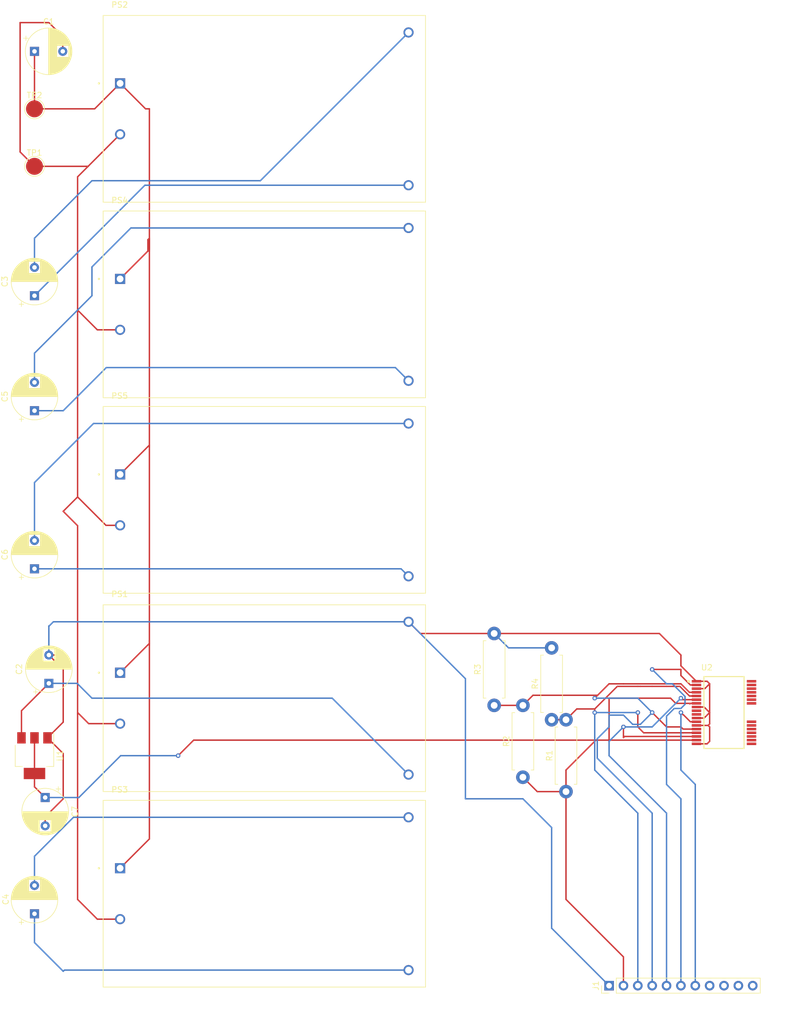
<source format=kicad_pcb>
(kicad_pcb (version 20211014) (generator pcbnew)
  (layers (0 "F.Cu" signal) (31 "B.Cu" signal) (34 "B.Paste" user) (35 "F.Paste" user) (36 "B.SilkS" user "B.Silkscreen") (37 "F.SilkS" user "F.Silkscreen") (38 "B.Mask" user) (39 "F.Mask" user) (44 "Edge.Cuts" user))
  (net 0 "")
  (net 1 "+BATT")
  (net 2 "-BATT")
  (net 3 "VDD")
  (net 4 "GNDD")
  (net 5 "+15V")
  (net 6 "GND")
  (net 7 "VDrive1")
  (net 8 "GND1")
  (net 9 "VDrive2")
  (net 10 "GND2")
  (net 11 "VDrive3")
  (net 12 "GND3")
  (net 13 "+5V")
  (net 34 "Net-(J1-Pad3)")
  (net 35 "Net-(J1-Pad4)")
  (net 36 "Net-(J1-Pad5)")
  (net 37 "Net-(J1-Pad6)")
  (net 38 "Net-(J1-Pad7)")
  (footprint "Isolated_Power_Supply_HiLink:CONV_HLK-20M05" (layer "F.Cu") (at 58.42 72.65)
    (fp_text reference "PS4" (at -25.575 -18.385) (layer "F.SilkS"))
    (fp_text value "HLK-20M05")
    (pad "1" thru_hole rect locked (at -25.5 -4.5) (size 1.8 1.8) (drill 1.2) (layers *.Cu *.Mask) (net 1 "+BATT"))
    (pad "2" thru_hole circle locked (at -25.5 4.5) (size 1.8 1.8) (drill 1.2) (layers *.Cu *.Mask) (net 2 "-BATT"))
    (pad "3" thru_hole circle locked (at 25.5 -13.5) (size 1.8 1.8) (drill 1.2) (layers *.Cu *.Mask) (net 10 "GND2"))
    (pad "4" thru_hole circle locked (at 25.5 13.5) (size 1.8 1.8) (drill 1.2) (layers *.Cu *.Mask) (net 9 "VDrive2"))
  )
  (footprint "Capacitor_THT:CP_Radial_D8.0mm_P5.00mm" (layer "F.Cu") (at 19.67 159.794698 -90)
    (fp_text reference "C7" (at 2.5 -5.25 90) (layer "F.SilkS"))
    (fp_text value "1000uF")
    (pad "1" thru_hole rect (at 0 0 270) (size 1.6 1.6) (drill 0.8) (layers *.Cu *.Mask) (net 13 "+5V"))
    (pad "2" thru_hole circle (at 5 0 270) (size 1.6 1.6) (drill 0.8) (layers *.Cu *.Mask) (net 4 "GNDD"))
  )
  (footprint "Capacitor_THT:CP_Radial_D8.0mm_P5.00mm" (layer "F.Cu") (at 17.78 119.38 90)
    (fp_text reference "C6" (at 2.5 -5.25 90) (layer "F.SilkS"))
    (fp_text value "1000uF")
    (pad "1" thru_hole rect (at 0 0 90) (size 1.6 1.6) (drill 0.8) (layers *.Cu *.Mask) (net 11 "VDrive3"))
    (pad "2" thru_hole circle (at 5 0 90) (size 1.6 1.6) (drill 0.8) (layers *.Cu *.Mask) (net 12 "GND3"))
  )
  (footprint "Capacitor_THT:CP_Radial_D8.0mm_P5.00mm" (layer "F.Cu") (at 17.78 27.94)
    (fp_text reference "C1" (at 2.5 -5.25) (layer "F.SilkS"))
    (fp_text value "100uF")
    (pad "1" thru_hole rect (at 0 0) (size 1.6 1.6) (drill 0.8) (layers *.Cu *.Mask) (net 1 "+BATT"))
    (pad "2" thru_hole circle (at 5 0) (size 1.6 1.6) (drill 0.8) (layers *.Cu *.Mask) (net 2 "-BATT"))
  )
  (footprint "Capacitor_THT:CP_Radial_D8.0mm_P5.00mm" (layer "F.Cu") (at 17.78 71.12 90)
    (fp_text reference "C3" (at 2.5 -5.25 90) (layer "F.SilkS"))
    (fp_text value "1000uF")
    (pad "1" thru_hole rect (at 0 0 90) (size 1.6 1.6) (drill 0.8) (layers *.Cu *.Mask) (net 5 "+15V"))
    (pad "2" thru_hole circle (at 5 0 90) (size 1.6 1.6) (drill 0.8) (layers *.Cu *.Mask) (net 6 "GND"))
  )
  (footprint "Isolated_Power_Supply_HiLink:CONV_HLK-20M05" (layer "F.Cu") (at 58.42 142.24)
    (fp_text reference "PS1" (at -25.575 -18.385) (layer "F.SilkS"))
    (fp_text value "HLK-20M05")
    (pad "1" thru_hole rect locked (at -25.5 -4.5) (size 1.8 1.8) (drill 1.2) (layers *.Cu *.Mask) (net 1 "+BATT"))
    (pad "2" thru_hole circle locked (at -25.5 4.5) (size 1.8 1.8) (drill 1.2) (layers *.Cu *.Mask) (net 2 "-BATT"))
    (pad "3" thru_hole circle locked (at 25.5 -13.5) (size 1.8 1.8) (drill 1.2) (layers *.Cu *.Mask) (net 4 "GNDD"))
    (pad "4" thru_hole circle locked (at 25.5 13.5) (size 1.8 1.8) (drill 1.2) (layers *.Cu *.Mask) (net 3 "VDD"))
  )
  (footprint "Resistor_THT:R_Axial_DIN0411_L9.9mm_D3.6mm_P12.70mm_Horizontal" (layer "F.Cu") (at 104.14 156.21 90)
    (fp_text reference "R2" (at 6.35 -2.92 90) (layer "F.SilkS"))
    (fp_text value "3.3K")
    (pad "1" thru_hole circle (at 0 0 90) (size 2.4 2.4) (drill 1.2) (layers *.Cu *.Mask) (net 13 "+5V"))
    (pad "2" thru_hole oval (at 12.7 0 90) (size 2.4 2.4) (drill 1.2) (layers *.Cu *.Mask) (net 35 "Net-(J1-Pad4)"))
  )
  (footprint "Isolated_Power_Supply_HiLink:CONV_HLK-20M05" (layer "F.Cu") (at 58.42 107.2)
    (fp_text reference "PS5" (at -25.575 -18.385) (layer "F.SilkS"))
    (fp_text value "HLK-20M05")
    (pad "1" thru_hole rect locked (at -25.5 -4.5) (size 1.8 1.8) (drill 1.2) (layers *.Cu *.Mask) (net 1 "+BATT"))
    (pad "2" thru_hole circle locked (at -25.5 4.5) (size 1.8 1.8) (drill 1.2) (layers *.Cu *.Mask) (net 2 "-BATT"))
    (pad "3" thru_hole circle locked (at 25.5 -13.5) (size 1.8 1.8) (drill 1.2) (layers *.Cu *.Mask) (net 12 "GND3"))
    (pad "4" thru_hole circle locked (at 25.5 13.5) (size 1.8 1.8) (drill 1.2) (layers *.Cu *.Mask) (net 11 "VDrive3"))
  )
  (footprint "New folder:SOP65P1030X265-36_32N-V" (layer "F.Cu") (at 139.7 144.78)
    (fp_text reference "U2" (at -3.04 -7.955) (layer "F.SilkS"))
    (fp_text value "2ED020I12-F2")
    (pad "1" smd rect locked (at -4.865 -5.525) (size 1.67 0.45) (layers "F.Cu" "F.Paste" "F.Mask") (net 4 "GNDD"))
    (pad "2" smd rect locked (at -4.865 -4.875) (size 1.67 0.45) (layers "F.Cu" "F.Paste" "F.Mask") (net 37 "Net-(J1-Pad6)"))
    (pad "3" smd rect locked (at -4.865 -4.225) (size 1.67 0.45) (layers "F.Cu" "F.Paste" "F.Mask") (net 4 "GNDD"))
    (pad "4" smd rect locked (at -4.865 -3.575) (size 1.67 0.45) (layers "F.Cu" "F.Paste" "F.Mask") (net 35 "Net-(J1-Pad4)"))
    (pad "5" smd rect locked (at -4.865 -2.925) (size 1.67 0.45) (layers "F.Cu" "F.Paste" "F.Mask") (net 34 "Net-(J1-Pad3)"))
    (pad "6" smd rect locked (at -4.865 -2.275) (size 1.67 0.45) (layers "F.Cu" "F.Paste" "F.Mask") (net 36 "Net-(J1-Pad5)"))
    (pad "7" smd rect locked (at -4.865 -1.625) (size 1.67 0.45) (layers "F.Cu" "F.Paste" "F.Mask") (net 13 "+5V"))
    (pad "8" smd rect locked (at -4.865 -0.975) (size 1.67 0.45) (layers "F.Cu" "F.Paste" "F.Mask") (net 4 "GNDD"))
    (pad "9" smd rect locked (at -4.865 -0.325) (size 1.67 0.45) (layers "F.Cu" "F.Paste" "F.Mask"))
    (pad "10" smd rect locked (at -4.865 0.325) (size 1.67 0.45) (layers "F.Cu" "F.Paste" "F.Mask"))
    (pad "11" smd rect locked (at -4.865 0.975) (size 1.67 0.45) (layers "F.Cu" "F.Paste" "F.Mask") (net 4 "GNDD"))
    (pad "12" smd rect locked (at -4.865 1.625) (size 1.67 0.45) (layers "F.Cu" "F.Paste" "F.Mask") (net 38 "Net-(J1-Pad7)"))
    (pad "13" smd rect locked (at -4.865 2.275) (size 1.67 0.45) (layers "F.Cu" "F.Paste" "F.Mask") (net 4 "GNDD"))
    (pad "14" smd rect locked (at -4.865 2.925) (size 1.67 0.45) (layers "F.Cu" "F.Paste" "F.Mask") (net 35 "Net-(J1-Pad4)"))
    (pad "15" smd rect locked (at -4.865 3.575) (size 1.67 0.45) (layers "F.Cu" "F.Paste" "F.Mask") (net 34 "Net-(J1-Pad3)"))
    (pad "16" smd rect locked (at -4.865 4.225) (size 1.67 0.45) (layers "F.Cu" "F.Paste" "F.Mask") (net 36 "Net-(J1-Pad5)"))
    (pad "17" smd rect locked (at -4.865 4.875) (size 1.67 0.45) (layers "F.Cu" "F.Paste" "F.Mask") (net 13 "+5V"))
    (pad "18" smd rect locked (at -4.865 5.525) (size 1.67 0.45) (layers "F.Cu" "F.Paste" "F.Mask") (net 4 "GNDD"))
    (pad "19" smd rect locked (at 4.865 5.525) (size 1.67 0.45) (layers "F.Cu" "F.Paste" "F.Mask"))
    (pad "20" smd rect locked (at 4.865 4.875) (size 1.67 0.45) (layers "F.Cu" "F.Paste" "F.Mask"))
    (pad "21" smd rect locked (at 4.865 4.225) (size 1.67 0.45) (layers "F.Cu" "F.Paste" "F.Mask"))
    (pad "22" smd rect locked (at 4.865 3.575) (size 1.67 0.45) (layers "F.Cu" "F.Paste" "F.Mask"))
    (pad "23" smd rect locked (at 4.865 2.925) (size 1.67 0.45) (layers "F.Cu" "F.Paste" "F.Mask"))
    (pad "24" smd rect locked (at 4.865 2.275) (size 1.67 0.45) (layers "F.Cu" "F.Paste" "F.Mask"))
    (pad "25" smd rect locked (at 4.865 1.625) (size 1.67 0.45) (layers "F.Cu" "F.Paste" "F.Mask"))
    (pad "30" smd rect locked (at 4.865 -1.625) (size 1.67 0.45) (layers "F.Cu" "F.Paste" "F.Mask"))
    (pad "31" smd rect locked (at 4.865 -2.275) (size 1.67 0.45) (layers "F.Cu" "F.Paste" "F.Mask"))
    (pad "32" smd rect locked (at 4.865 -2.925) (size 1.67 0.45) (layers "F.Cu" "F.Paste" "F.Mask"))
    (pad "33" smd rect locked (at 4.865 -3.575) (size 1.67 0.45) (layers "F.Cu" "F.Paste" "F.Mask"))
    (pad "34" smd rect locked (at 4.865 -4.225) (size 1.67 0.45) (layers "F.Cu" "F.Paste" "F.Mask"))
    (pad "35" smd rect locked (at 4.865 -4.875) (size 1.67 0.45) (layers "F.Cu" "F.Paste" "F.Mask"))
    (pad "36" smd rect locked (at 4.865 -5.525) (size 1.67 0.45) (layers "F.Cu" "F.Paste" "F.Mask"))
  )
  (footprint "Capacitor_THT:CP_Radial_D8.0mm_P5.00mm" (layer "F.Cu") (at 17.78 180.34 90)
    (fp_text reference "C4" (at 2.54 -5.08 90) (layer "F.SilkS"))
    (fp_text value "1000uF")
    (pad "1" thru_hole rect (at 0 0 90) (size 1.6 1.6) (drill 0.8) (layers *.Cu *.Mask) (net 7 "VDrive1"))
    (pad "2" thru_hole circle (at 5 0 90) (size 1.6 1.6) (drill 0.8) (layers *.Cu *.Mask) (net 8 "GND1"))
  )
  (footprint "Capacitor_THT:CP_Radial_D8.0mm_P5.00mm" (layer "F.Cu") (at 17.78 91.44 90)
    (fp_text reference "C5" (at 2.5 -5.25 90) (layer "F.SilkS"))
    (fp_text value "1000uF")
    (pad "1" thru_hole rect (at 0 0 90) (size 1.6 1.6) (drill 0.8) (layers *.Cu *.Mask) (net 9 "VDrive2"))
    (pad "2" thru_hole circle (at 5 0 90) (size 1.6 1.6) (drill 0.8) (layers *.Cu *.Mask) (net 10 "GND2"))
  )
  (footprint "Resistor_THT:R_Axial_DIN0411_L9.9mm_D3.6mm_P12.70mm_Horizontal" (layer "F.Cu") (at 99.06 143.51 90)
    (fp_text reference "R3" (at 6.35 -2.92 90) (layer "F.SilkS"))
    (fp_text value "4.7K")
    (pad "1" thru_hole circle (at 0 0 90) (size 2.4 2.4) (drill 1.2) (layers *.Cu *.Mask) (net 35 "Net-(J1-Pad4)"))
    (pad "2" thru_hole oval (at 12.7 0 90) (size 2.4 2.4) (drill 1.2) (layers *.Cu *.Mask) (net 4 "GNDD"))
  )
  (footprint "Resistor_THT:R_Axial_DIN0411_L9.9mm_D3.6mm_P12.70mm_Horizontal" (layer "F.Cu") (at 111.76 158.75 90)
    (fp_text reference "R1" (at 6.35 -2.92 90) (layer "F.SilkS"))
    (fp_text value "3.3K")
    (pad "1" thru_hole circle (at 0 0 90) (size 2.4 2.4) (drill 1.2) (layers *.Cu *.Mask) (net 13 "+5V"))
    (pad "2" thru_hole oval (at 12.7 0 90) (size 2.4 2.4) (drill 1.2) (layers *.Cu *.Mask) (net 34 "Net-(J1-Pad3)"))
  )
  (footprint "Package_TO_SOT_SMD:SOT-223-3_TabPin2" (layer "F.Cu") (at 17.78 152.4 -90)
    (fp_text reference "U1" (at 0 -4.5 90) (layer "F.SilkS"))
    (fp_text value "AMS1117-5.0")
    (pad "1" smd rect (at -3.15 -2.3 270) (size 2 1.5) (layers "F.Cu" "F.Paste" "F.Mask") (net 4 "GNDD"))
    (pad "2" smd rect (at 3.15 0 270) (size 2 3.8) (layers "F.Cu" "F.Paste" "F.Mask") (net 13 "+5V"))
    (pad "2" smd rect (at -3.15 0 270) (size 2 1.5) (layers "F.Cu" "F.Paste" "F.Mask") (net 13 "+5V"))
    (pad "3" smd rect (at -3.15 2.3 270) (size 2 1.5) (layers "F.Cu" "F.Paste" "F.Mask") (net 3 "VDD"))
  )
  (footprint "TestPoint:TestPoint_Pad_D3.0mm" (layer "F.Cu") (at 17.78 38.1)
    (fp_text reference "TP2" (at 0 -2.398) (layer "F.SilkS"))
    (fp_text value "TestPoint")
    (pad "1" smd circle (at 0 0) (size 3 3) (layers "F.Cu" "F.Mask") (net 1 "+BATT"))
  )
  (footprint "Isolated_Power_Supply_HiLink:CONV_HLK-20M05" (layer "F.Cu") (at 58.42 38.1)
    (fp_text reference "PS2" (at -25.575 -18.385) (layer "F.SilkS"))
    (fp_text value "HLK-20M05")
    (pad "1" thru_hole rect locked (at -25.5 -4.5) (size 1.8 1.8) (drill 1.2) (layers *.Cu *.Mask) (net 1 "+BATT"))
    (pad "2" thru_hole circle locked (at -25.5 4.5) (size 1.8 1.8) (drill 1.2) (layers *.Cu *.Mask) (net 2 "-BATT"))
    (pad "3" thru_hole circle locked (at 25.5 -13.5) (size 1.8 1.8) (drill 1.2) (layers *.Cu *.Mask) (net 6 "GND"))
    (pad "4" thru_hole circle locked (at 25.5 13.5) (size 1.8 1.8) (drill 1.2) (layers *.Cu *.Mask) (net 5 "+15V"))
  )
  (footprint "Isolated_Power_Supply_HiLink:CONV_HLK-20M05" (layer "F.Cu") (at 58.42 176.79)
    (fp_text reference "PS3" (at -25.575 -18.385) (layer "F.SilkS"))
    (fp_text value "HLK-20M05")
    (pad "1" thru_hole rect locked (at -25.5 -4.5) (size 1.8 1.8) (drill 1.2) (layers *.Cu *.Mask) (net 1 "+BATT"))
    (pad "2" thru_hole circle locked (at -25.5 4.5) (size 1.8 1.8) (drill 1.2) (layers *.Cu *.Mask) (net 2 "-BATT"))
    (pad "3" thru_hole circle locked (at 25.5 -13.5) (size 1.8 1.8) (drill 1.2) (layers *.Cu *.Mask) (net 8 "GND1"))
    (pad "4" thru_hole circle locked (at 25.5 13.5) (size 1.8 1.8) (drill 1.2) (layers *.Cu *.Mask) (net 7 "VDrive1"))
  )
  (footprint "Connector_PinHeader_2.54mm:PinHeader_1x11_P2.54mm_Vertical" (layer "F.Cu") (at 119.38 193.04 90)
    (fp_text reference "J1" (at 0 -2.33 90) (layer "F.SilkS"))
    (fp_text value "Conn_01x11_Male")
    (pad "1" thru_hole rect (at 0 0 90) (size 1.7 1.7) (drill 1) (layers *.Cu *.Mask) (net 4 "GNDD"))
    (pad "2" thru_hole oval (at 0 2.54 90) (size 1.7 1.7) (drill 1) (layers *.Cu *.Mask) (net 13 "+5V"))
    (pad "3" thru_hole oval (at 0 5.08 90) (size 1.7 1.7) (drill 1) (layers *.Cu *.Mask) (net 34 "Net-(J1-Pad3)"))
    (pad "4" thru_hole oval (at 0 7.62 90) (size 1.7 1.7) (drill 1) (layers *.Cu *.Mask) (net 35 "Net-(J1-Pad4)"))
    (pad "5" thru_hole oval (at 0 10.16 90) (size 1.7 1.7) (drill 1) (layers *.Cu *.Mask) (net 36 "Net-(J1-Pad5)"))
    (pad "6" thru_hole oval (at 0 12.7 90) (size 1.7 1.7) (drill 1) (layers *.Cu *.Mask) (net 37 "Net-(J1-Pad6)"))
    (pad "7" thru_hole oval (at 0 15.24 90) (size 1.7 1.7) (drill 1) (layers *.Cu *.Mask) (net 38 "Net-(J1-Pad7)"))
    (pad "8" thru_hole oval (at 0 17.78 90) (size 1.7 1.7) (drill 1) (layers *.Cu *.Mask))
    (pad "9" thru_hole oval (at 0 20.32 90) (size 1.7 1.7) (drill 1) (layers *.Cu *.Mask))
    (pad "10" thru_hole oval (at 0 22.86 90) (size 1.7 1.7) (drill 1) (layers *.Cu *.Mask))
    (pad "11" thru_hole oval (at 0 25.4 90) (size 1.7 1.7) (drill 1) (layers *.Cu *.Mask))
  )
  (footprint "Resistor_THT:R_Axial_DIN0411_L9.9mm_D3.6mm_P12.70mm_Horizontal" (layer "F.Cu") (at 109.22 146.05 90)
    (fp_text reference "R4" (at 6.35 -2.92 90) (layer "F.SilkS"))
    (fp_text value "4.7K")
    (pad "1" thru_hole circle (at 0 0 90) (size 2.4 2.4) (drill 1.2) (layers *.Cu *.Mask) (net 34 "Net-(J1-Pad3)"))
    (pad "2" thru_hole oval (at 12.7 0 90) (size 2.4 2.4) (drill 1.2) (layers *.Cu *.Mask) (net 4 "GNDD"))
  )
  (footprint "TestPoint:TestPoint_Pad_D3.0mm" (layer "F.Cu") (at 17.78 48.26)
    (fp_text reference "TP1" (at 0 -2.398) (layer "F.SilkS"))
    (fp_text value "TestPoint")
    (pad "1" smd circle (at 0 0) (size 3 3) (layers "F.Cu" "F.Mask") (net 2 "-BATT"))
  )
  (footprint "Capacitor_THT:CP_Radial_D8.0mm_P5.00mm" (layer "F.Cu") (at 20.32 139.62 90)
    (fp_text reference "C2" (at 2.5 -5.25 90) (layer "F.SilkS"))
    (fp_text value "1000uF")
    (pad "1" thru_hole rect (at 0 0 90) (size 1.6 1.6) (drill 0.8) (layers *.Cu *.Mask) (net 3 "VDD"))
    (pad "2" thru_hole circle (at 5 0 90) (size 1.6 1.6) (drill 0.8) (layers *.Cu *.Mask) (net 4 "GNDD"))
  )
  (segment (start 17.78 38.1) (end 28.42 38.1) (width 0.25) (layer "F.Cu") (net 1))
  (segment (start 28.42 38.1) (end 32.92 33.6) (width 0.25) (layer "F.Cu") (net 1))
  (segment (start 38.1 132.08) (end 38.1 167.11) (width 0.25) (layer "F.Cu") (net 1))
  (segment (start 38.1 38.1) (end 38.1 62.97) (width 0.25) (layer "F.Cu") (net 1))
  (segment (start 38.1 132.56) (end 32.92 137.74) (width 0.25) (layer "F.Cu") (net 1))
  (segment (start 37.835 63.235) (end 32.92 68.15) (width 0.25) (layer "F.Cu") (net 1))
  (segment (start 32.92 33.6) (end 37.42 38.1) (width 0.25) (layer "F.Cu") (net 1))
  (segment (start 37.42 38.1) (end 38.1 38.1) (width 0.25) (layer "F.Cu") (net 1))
  (segment (start 38.1 132.08) (end 38.1 132.56) (width 0.25) (layer "F.Cu") (net 1))
  (segment (start 38.1 97.52) (end 38.1 132.08) (width 0.25) (layer "F.Cu") (net 1))
  (segment (start 32.92 102.7) (end 38.1 97.52) (width 0.25) (layer "F.Cu") (net 1))
  (segment (start 38.1 97.52) (end 38.1 60.96) (width 0.25) (layer "F.Cu") (net 1))
  (segment (start 38.1 62.97) (end 37.835 63.235) (width 0.25) (layer "F.Cu") (net 1))
  (segment (start 17.78 38.1) (end 17.78 27.94) (width 0.25) (layer "F.Cu") (net 1))
  (segment (start 38.1 60.96) (end 37.835 61.225) (width 0.25) (layer "F.Cu") (net 1))
  (segment (start 37.835 61.225) (end 37.835 63.235) (width 0.25) (layer "F.Cu") (net 1))
  (segment (start 38.1 167.11) (end 32.92 172.29) (width 0.25) (layer "F.Cu") (net 1))
  (segment (start 25.4 106.68) (end 22.86 109.22) (width 0.25) (layer "F.Cu") (net 2))
  (segment (start 25.4 144.78) (end 25.4 177.8) (width 0.25) (layer "F.Cu") (net 2))
  (segment (start 15.24 45.72) (end 15.24 22.86) (width 0.25) (layer "F.Cu") (net 2))
  (segment (start 25.4 73.66) (end 25.4 106.68) (width 0.25) (layer "F.Cu") (net 2))
  (segment (start 28.89 181.29) (end 32.92 181.29) (width 0.25) (layer "F.Cu") (net 2))
  (segment (start 30.42 111.7) (end 32.92 111.7) (width 0.25) (layer "F.Cu") (net 2))
  (segment (start 20.32 22.86) (end 22.86 25.4) (width 0.25) (layer "F.Cu") (net 2))
  (segment (start 27.26 48.26) (end 32.92 42.6) (width 0.25) (layer "F.Cu") (net 2))
  (segment (start 27.26 48.26) (end 25.4 50.12) (width 0.25) (layer "F.Cu") (net 2))
  (segment (start 22.86 25.4) (end 22.78 25.48) (width 0.25) (layer "F.Cu") (net 2))
  (segment (start 17.78 48.26) (end 15.24 45.72) (width 0.25) (layer "F.Cu") (net 2))
  (segment (start 18.36 47.68) (end 17.78 48.26) (width 0.25) (layer "F.Cu") (net 2))
  (segment (start 22.78 25.48) (end 22.78 27.94) (width 0.25) (layer "F.Cu") (net 2))
  (segment (start 25.4 111.76) (end 25.4 144.78) (width 0.25) (layer "F.Cu") (net 2))
  (segment (start 25.4 177.8) (end 28.89 181.29) (width 0.25) (layer "F.Cu") (net 2))
  (segment (start 22.86 109.22) (end 25.4 111.76) (width 0.25) (layer "F.Cu") (net 2))
  (segment (start 25.4 144.78) (end 27.36 146.74) (width 0.25) (layer "F.Cu") (net 2))
  (segment (start 17.78 48.26) (end 27.26 48.26) (width 0.25) (layer "F.Cu") (net 2))
  (segment (start 28.89 77.15) (end 32.92 77.15) (width 0.25) (layer "F.Cu") (net 2))
  (segment (start 25.4 50.12) (end 25.4 73.66) (width 0.25) (layer "F.Cu") (net 2))
  (segment (start 27.36 146.74) (end 32.92 146.74) (width 0.25) (layer "F.Cu") (net 2))
  (segment (start 25.4 106.68) (end 30.42 111.7) (width 0.25) (layer "F.Cu") (net 2))
  (segment (start 25.4 73.66) (end 28.89 77.15) (width 0.25) (layer "F.Cu") (net 2))
  (segment (start 15.24 22.86) (end 20.32 22.86) (width 0.25) (layer "F.Cu") (net 2))
  (segment (start 15.48 144.46) (end 20.32 139.62) (width 0.25) (layer "F.Cu") (net 3))
  (segment (start 15.48 149.25) (end 15.48 144.46) (width 0.25) (layer "F.Cu") (net 3))
  (segment (start 70.42 142.24) (end 83.92 155.74) (width 0.25) (layer "B.Cu") (net 3))
  (segment (start 20.32 139.62) (end 25.32 139.62) (width 0.25) (layer "B.Cu") (net 3))
  (segment (start 27.94 142.24) (end 70.42 142.24) (width 0.25) (layer "B.Cu") (net 3))
  (segment (start 25.32 139.62) (end 27.94 142.24) (width 0.25) (layer "B.Cu") (net 3))
  (segment (start 136.305 140.555) (end 137.16 139.7) (width 0.25) (layer "F.Cu") (net 4))
  (segment (start 85.99 130.81) (end 99.06 130.81) (width 0.25) (layer "F.Cu") (net 4))
  (segment (start 22.86 152.03) (end 20.08 149.25) (width 0.25) (layer "F.Cu") (net 4))
  (segment (start 128.27 130.81) (end 99.06 130.81) (width 0.25) (layer "F.Cu") (net 4))
  (segment (start 22.62 136.92) (end 20.32 134.62) (width 0.25) (layer "F.Cu") (net 4))
  (segment (start 136.895 147.055) (end 137.16 146.79) (width 0.25) (layer "F.Cu") (net 4))
  (segment (start 19.67 163.21) (end 22.86 160.02) (width 0.25) (layer "F.Cu") (net 4))
  (segment (start 134.811396 139.255) (end 132.08 136.523604) (width 0.25) (layer "F.Cu") (net 4))
  (segment (start 132.08 136.523604) (end 132.08 134.62) (width 0.25) (layer "F.Cu") (net 4))
  (segment (start 136.185 143.805) (end 137.16 144.78) (width 0.25) (layer "F.Cu") (net 4))
  (segment (start 132.08 134.62) (end 128.27 130.81) (width 0.25) (layer "F.Cu") (net 4))
  (segment (start 134.835 150.305) (end 136.715 150.305) (width 0.25) (layer "F.Cu") (net 4))
  (segment (start 134.835 145.755) (end 136.185 145.755) (width 0.25) (layer "F.Cu") (net 4))
  (segment (start 136.185 145.755) (end 137.16 144.78) (width 0.25) (layer "F.Cu") (net 4))
  (segment (start 136.715 150.305) (end 137.16 149.86) (width 0.25) (layer "F.Cu") (net 4))
  (segment (start 20.08 149.25) (end 22.86 146.47) (width 0.25) (layer "F.Cu") (net 4))
  (segment (start 134.835 139.255) (end 136.715 139.255) (width 0.25) (layer "F.Cu") (net 4))
  (segment (start 83.92 128.74) (end 85.99 130.81) (width 0.25) (layer "F.Cu") (net 4))
  (segment (start 22.86 134.62) (end 20.32 134.62) (width 0.25) (layer "F.Cu") (net 4))
  (segment (start 137.16 144.78) (end 137.16 139.7) (width 0.25) (layer "F.Cu") (net 4))
  (segment (start 137.16 146.79) (end 137.16 144.78) (width 0.25) (layer "F.Cu") (net 4))
  (segment (start 137.16 149.86) (end 137.16 147.32) (width 0.25) (layer "F.Cu") (net 4))
  (segment (start 134.835 139.255) (end 134.811396 139.255) (width 0.25) (layer "F.Cu") (net 4))
  (segment (start 136.895 147.055) (end 134.835 147.055) (width 0.25) (layer "F.Cu") (net 4))
  (segment (start 134.835 143.805) (end 136.185 143.805) (width 0.25) (layer "F.Cu") (net 4))
  (segment (start 136.715 139.255) (end 137.16 139.7) (width 0.25) (layer "F.Cu") (net 4))
  (segment (start 22.86 146.47) (end 22.86 134.62) (width 0.25) (layer "F.Cu") (net 4))
  (segment (start 134.835 140.555) (end 136.305 140.555) (width 0.25) (layer "F.Cu") (net 4))
  (segment (start 19.67 164.794698) (end 19.67 163.21) (width 0.25) (layer "F.Cu") (net 4))
  (segment (start 137.16 147.32) (end 136.895 147.055) (width 0.25) (layer "F.Cu") (net 4))
  (segment (start 22.86 160.02) (end 22.86 152.03) (width 0.25) (layer "F.Cu") (net 4))
  (segment (start 104.14 160.02) (end 93.98 160.02) (width 0.25) (layer "B.Cu") (net 4))
  (segment (start 93.98 138.8) (end 83.92 128.74) (width 0.25) (layer "B.Cu") (net 4))
  (segment (start 99.06 130.81) (end 101.6 133.35) (width 0.25) (layer "B.Cu") (net 4))
  (segment (start 109.22 182.88) (end 109.22 165.1) (width 0.25) (layer "B.Cu") (net 4))
  (segment (start 21.12 128.74) (end 83.92 128.74) (width 0.25) (layer "B.Cu") (net 4))
  (segment (start 119.38 193.04) (end 109.22 182.88) (width 0.25) (layer "B.Cu") (net 4))
  (segment (start 20.32 134.62) (end 20.32 129.54) (width 0.25) (layer "B.Cu") (net 4))
  (segment (start 101.6 133.35) (end 109.22 133.35) (width 0.25) (layer "B.Cu") (net 4))
  (segment (start 20.32 129.54) (end 20.32 129.46) (width 0.25) (layer "B.Cu") (net 4))
  (segment (start 109.22 165.1) (end 104.14 160.02) (width 0.25) (layer "B.Cu") (net 4))
  (segment (start 20.32 129.54) (end 21.12 128.74) (width 0.25) (layer "B.Cu") (net 4))
  (segment (start 93.98 160.02) (end 93.98 138.8) (width 0.25) (layer "B.Cu") (net 4))
  (segment (start 37.3 51.6) (end 83.92 51.6) (width 0.25) (layer "B.Cu") (net 5))
  (segment (start 17.78 71.12) (end 37.3 51.6) (width 0.25) (layer "B.Cu") (net 5))
  (segment (start 17.78 66.12) (end 17.78 60.96) (width 0.25) (layer "B.Cu") (net 6))
  (segment (start 57.72 50.8) (end 83.92 24.6) (width 0.25) (layer "B.Cu") (net 6))
  (segment (start 27.94 50.8) (end 57.72 50.8) (width 0.25) (layer "B.Cu") (net 6))
  (segment (start 17.78 60.96) (end 27.94 50.8) (width 0.25) (layer "B.Cu") (net 6))
  (segment (start 23.07 190.29) (end 83.92 190.29) (width 0.25) (layer "B.Cu") (net 7))
  (segment (start 22.86 190.5) (end 23.07 190.29) (width 0.25) (layer "B.Cu") (net 7))
  (segment (start 17.78 180.34) (end 17.78 185.42) (width 0.25) (layer "B.Cu") (net 7))
  (segment (start 17.78 185.42) (end 22.86 190.5) (width 0.25) (layer "B.Cu") (net 7))
  (segment (start 17.78 170.18) (end 24.67 163.29) (width 0.25) (layer "B.Cu") (net 8))
  (segment (start 17.78 175.34) (end 17.78 170.18) (width 0.25) (layer "B.Cu") (net 8))
  (segment (start 24.67 163.29) (end 83.92 163.29) (width 0.25) (layer "B.Cu") (net 8))
  (segment (start 17.78 91.44) (end 22.86 91.44) (width 0.25) (layer "B.Cu") (net 9))
  (segment (start 22.86 91.44) (end 30.48 83.82) (width 0.25) (layer "B.Cu") (net 9))
  (segment (start 30.48 83.82) (end 81.59 83.82) (width 0.25) (layer "B.Cu") (net 9))
  (segment (start 81.59 83.82) (end 83.92 86.15) (width 0.25) (layer "B.Cu") (net 9))
  (segment (start 17.78 86.44) (end 17.78 81.28) (width 0.25) (layer "B.Cu") (net 10))
  (segment (start 27.94 66.04) (end 34.83 59.15) (width 0.25) (layer "B.Cu") (net 10))
  (segment (start 17.78 81.28) (end 27.94 71.12) (width 0.25) (layer "B.Cu") (net 10))
  (segment (start 27.94 71.12) (end 27.94 66.04) (width 0.25) (layer "B.Cu") (net 10))
  (segment (start 34.83 59.15) (end 83.92 59.15) (width 0.25) (layer "B.Cu") (net 10))
  (segment (start 17.78 119.38) (end 82.6 119.38) (width 0.25) (layer "B.Cu") (net 11))
  (segment (start 82.6 119.38) (end 83.92 120.7) (width 0.25) (layer "B.Cu") (net 11))
  (segment (start 17.78 104.14) (end 28.22 93.7) (width 0.25) (layer "B.Cu") (net 12))
  (segment (start 17.78 114.38) (end 17.78 104.14) (width 0.25) (layer "B.Cu") (net 12))
  (segment (start 28.22 93.7) (end 83.92 93.7) (width 0.25) (layer "B.Cu") (net 12))
  (segment (start 117.045 149.655) (end 45.925 149.655) (width 0.25) (layer "F.Cu") (net 13))
  (segment (start 119.38 149.86) (end 119.585 149.655) (width 0.25) (layer "F.Cu") (net 13))
  (segment (start 17.78 155.55) (end 17.78 149.25) (width 0.25) (layer "F.Cu") (net 13))
  (segment (start 45.72 149.86) (end 43.18 152.4) (width 0.25) (layer "F.Cu") (net 13))
  (segment (start 119.585 149.655) (end 117.045 149.655) (width 0.25) (layer "F.Cu") (net 13))
  (segment (start 104.14 156.21) (end 106.68 158.75) (width 0.25) (layer "F.Cu") (net 13))
  (segment (start 133.675 143.23) (end 133.63 143.23) (width 0.25) (layer "F.Cu") (net 13))
  (segment (start 131.165 143.155) (end 130.25 142.24) (width 0.25) (layer "F.Cu") (net 13))
  (segment (start 111.76 177.8) (end 121.92 187.96) (width 0.25) (layer "F.Cu") (net 13))
  (segment (start 17.78 157.904698) (end 19.67 159.794698) (width 0.25) (layer "F.Cu") (net 13))
  (segment (start 133.75 143.155) (end 133.675 143.23) (width 0.25) (layer "F.Cu") (net 13))
  (segment (start 130.25 142.24) (end 119.38 142.24) (width 0.25) (layer "F.Cu") (net 13))
  (segment (start 45.925 149.655) (end 45.72 149.86) (width 0.25) (layer "F.Cu") (net 13))
  (segment (start 106.68 158.75) (end 111.76 158.75) (width 0.25) (layer "F.Cu") (net 13))
  (segment (start 111.76 154.94) (end 117.045 149.655) (width 0.25) (layer "F.Cu") (net 13))
  (segment (start 119.38 142.24) (end 119.38 149.86) (width 0.25) (layer "F.Cu") (net 13))
  (segment (start 111.76 158.75) (end 111.76 177.8) (width 0.25) (layer "F.Cu") (net 13))
  (segment (start 17.78 155.55) (end 17.78 157.904698) (width 0.25) (layer "F.Cu") (net 13))
  (segment (start 134.835 143.155) (end 131.165 143.155) (width 0.25) (layer "F.Cu") (net 13))
  (segment (start 132.285 149.655) (end 129.745 149.655) (width 0.25) (layer "F.Cu") (net 13))
  (segment (start 121.92 187.96) (end 121.92 193.04) (width 0.25) (layer "F.Cu") (net 13))
  (segment (start 134.835 143.155) (end 133.75 143.155) (width 0.25) (layer "F.Cu") (net 13))
  (segment (start 134.835 149.655) (end 132.285 149.655) (width 0.25) (layer "F.Cu") (net 13))
  (segment (start 111.76 158.75) (end 111.76 154.94) (width 0.25) (layer "F.Cu") (net 13))
  (segment (start 129.745 149.655) (end 119.585 149.655) (width 0.25) (layer "F.Cu") (net 13))
  (via (at 43.18 152.4) (size 0.8) (drill 0.4) (layers "F.Cu" "B.Cu") (net 13))
  (segment (start 25.625302 159.794698) (end 33.02 152.4) (width 0.25) (layer "B.Cu") (net 13))
  (segment (start 19.67 159.794698) (end 25.625302 159.794698) (width 0.25) (layer "B.Cu") (net 13))
  (segment (start 33.02 152.4) (end 43.18 152.4) (width 0.25) (layer "B.Cu") (net 13))
  (segment (start 109.22 146.05) (end 111.76 146.05) (width 0.25) (layer "F.Cu") (net 34))
  (segment (start 124.915 140.155) (end 124.46 140.155) (width 0.25) (layer "F.Cu") (net 34))
  (segment (start 125.495 148.355) (end 124.46 147.32) (width 0.25) (layer "F.Cu") (net 34))
  (segment (start 113.666396 144.143604) (end 116.84 144.143604) (width 0.25) (layer "F.Cu") (net 34))
  (segment (start 131.893604 140.155) (end 129.54 140.155) (width 0.25) (layer "F.Cu") (net 34))
  (segment (start 124.46 140.155) (end 120.828604 140.155) (width 0.25) (layer "F.Cu") (net 34))
  (segment (start 116.84 144.143604) (end 116.84 144.78) (width 0.25) (layer "F.Cu") (net 34))
  (segment (start 133.13 141.391396) (end 131.893604 140.155) (width 0.25) (layer "F.Cu") (net 34))
  (segment (start 127 140.155) (end 124.915 140.155) (width 0.25) (layer "F.Cu") (net 34))
  (segment (start 134.835 141.855) (end 133.593604 141.855) (width 0.25) (layer "F.Cu") (net 34))
  (segment (start 133.593604 141.855) (end 133.13 141.391396) (width 0.25) (layer "F.Cu") (net 34))
  (segment (start 120.828604 140.155) (end 119.061802 141.921802) (width 0.25) (layer "F.Cu") (net 34))
  (segment (start 124.46 147.32) (end 124.46 144.78) (width 0.25) (layer "F.Cu") (net 34))
  (segment (start 111.76 146.05) (end 113.666396 144.143604) (width 0.25) (layer "F.Cu") (net 34))
  (segment (start 119.061802 141.921802) (end 116.84 144.143604) (width 0.25) (layer "F.Cu") (net 34))
  (segment (start 134.835 148.355) (end 132.478604 148.355) (width 0.25) (layer "F.Cu") (net 34))
  (segment (start 132.478604 148.355) (end 125.495 148.355) (width 0.25) (layer "F.Cu") (net 34))
  (segment (start 129.54 140.155) (end 127 140.155) (width 0.25) (layer "F.Cu") (net 34))
  (via (at 124.46 144.78) (size 0.8) (drill 0.4) (layers "F.Cu" "B.Cu") (net 34))
  (via (at 116.84 144.78) (size 0.8) (drill 0.4) (layers "F.Cu" "B.Cu") (net 34))
  (segment (start 116.84 154.94) (end 116.84 144.78) (width 0.25) (layer "B.Cu") (net 34))
  (segment (start 124.46 162.56) (end 116.84 154.94) (width 0.25) (layer "B.Cu") (net 34))
  (segment (start 124.46 193.04) (end 124.46 162.56) (width 0.25) (layer "B.Cu") (net 34))
  (segment (start 124.46 144.78) (end 116.84 144.78) (width 0.25) (layer "B.Cu") (net 34))
  (segment (start 132.08 147.32) (end 129.54 147.32) (width 0.25) (layer "F.Cu") (net 35))
  (segment (start 134.835 147.705) (end 132.465 147.705) (width 0.25) (layer "F.Cu") (net 35))
  (segment (start 117.352652 141.727348) (end 116.84 142.24) (width 0.25) (layer "F.Cu") (net 35))
  (segment (start 129.54 147.32) (end 127 144.78) (width 0.25) (layer "F.Cu") (net 35))
  (segment (start 134.835 141.205) (end 133.58 141.205) (width 0.25) (layer "F.Cu") (net 35))
  (segment (start 119.375 139.705) (end 117.352652 141.727348) (width 0.25) (layer "F.Cu") (net 35))
  (segment (start 105.922652 141.727348) (end 117.352652 141.727348) (width 0.25) (layer "F.Cu") (net 35))
  (segment (start 104.14 143.51) (end 105.922652 141.727348) (width 0.25) (layer "F.Cu") (net 35))
  (segment (start 121.92 139.705) (end 119.375 139.705) (width 0.25) (layer "F.Cu") (net 35))
  (segment (start 132.465 147.705) (end 132.08 147.32) (width 0.25) (layer "F.Cu") (net 35))
  (segment (start 99.06 143.51) (end 104.14 143.51) (width 0.25) (layer "F.Cu") (net 35))
  (segment (start 132.08 139.705) (end 121.92 139.705) (width 0.25) (layer "F.Cu") (net 35))
  (segment (start 133.58 141.205) (end 132.08 139.705) (width 0.25) (layer "F.Cu") (net 35))
  (via (at 116.84 142.24) (size 0.8) (drill 0.4) (layers "F.Cu" "B.Cu") (net 35))
  (via (at 127 144.78) (size 0.8) (drill 0.4) (layers "F.Cu" "B.Cu") (net 35))
  (segment (start 117.29 149.41) (end 119.38 147.32) (width 0.25) (layer "B.Cu") (net 35))
  (segment (start 121.92 145.23) (end 123.56 146.87) (width 0.25) (layer "B.Cu") (net 35))
  (segment (start 119.38 145.23) (end 121.92 145.23) (width 0.25) (layer "B.Cu") (net 35))
  (segment (start 117.29 152.85) (end 117.29 149.41) (width 0.25) (layer "B.Cu") (net 35))
  (segment (start 123.56 146.87) (end 124.91 146.87) (width 0.25) (layer "B.Cu") (net 35))
  (segment (start 124.91 146.87) (end 127 144.78) (width 0.25) (layer "B.Cu") (net 35))
  (segment (start 127 193.04) (end 127 162.56) (width 0.25) (layer "B.Cu") (net 35))
  (segment (start 127 162.56) (end 117.29 152.85) (width 0.25) (layer "B.Cu") (net 35))
  (segment (start 124.46 142.24) (end 116.84 142.24) (width 0.25) (layer "B.Cu") (net 35))
  (segment (start 119.38 147.32) (end 119.38 145.23) (width 0.25) (layer "B.Cu") (net 35))
  (segment (start 127 144.78) (end 124.46 142.24) (width 0.25) (layer "B.Cu") (net 35))
  (segment (start 121.92 149.205) (end 121.92 147.32) (width 0.25) (layer "F.Cu") (net 36))
  (segment (start 122.12 149.005) (end 121.92 149.205) (width 0.25) (layer "F.Cu") (net 36))
  (segment (start 132.345 142.505) (end 132.08 142.24) (width 0.25) (layer "F.Cu") (net 36))
  (segment (start 134.835 149.005) (end 122.12 149.005) (width 0.25) (layer "F.Cu") (net 36))
  (segment (start 134.835 142.505) (end 132.345 142.505) (width 0.25) (layer "F.Cu") (net 36))
  (via (at 132.08 142.24) (size 0.8) (drill 0.4) (layers "F.Cu" "B.Cu") (net 36))
  (via (at 121.92 147.32) (size 0.8) (drill 0.4) (layers "F.Cu" "B.Cu") (net 36))
  (segment (start 129.54 162.56) (end 119.38 152.4) (width 0.25) (layer "B.Cu") (net 36))
  (segment (start 127 147.32) (end 121.92 147.32) (width 0.25) (layer "B.Cu") (net 36))
  (segment (start 132.08 142.24) (end 127 147.32) (width 0.25) (layer "B.Cu") (net 36))
  (segment (start 119.38 149.86) (end 121.92 147.32) (width 0.25) (layer "B.Cu") (net 36))
  (segment (start 129.54 193.04) (end 129.54 162.56) (width 0.25) (layer "B.Cu") (net 36))
  (segment (start 119.38 152.4) (end 119.38 149.86) (width 0.25) (layer "B.Cu") (net 36))
  (segment (start 132.08 137.16) (end 127 137.16) (width 0.25) (layer "F.Cu") (net 37))
  (segment (start 134.835 139.905) (end 133.75 139.905) (width 0.25) (layer "F.Cu") (net 37))
  (segment (start 132.08 138.235) (end 132.08 137.16) (width 0.25) (layer "F.Cu") (net 37))
  (segment (start 133.75 139.905) (end 132.08 138.235) (width 0.25) (layer "F.Cu") (net 37))
  (via (at 127 137.16) (size 0.8) (drill 0.4) (layers "F.Cu" "B.Cu") (net 37))
  (segment (start 129.54 145.416396) (end 129.54 157.48) (width 0.25) (layer "B.Cu") (net 37))
  (segment (start 132.08 144.055) (end 130.901396 144.055) (width 0.25) (layer "B.Cu") (net 37))
  (segment (start 132.805 143.33) (end 132.08 144.055) (width 0.25) (layer "B.Cu") (net 37))
  (segment (start 130.901396 144.055) (end 129.54 145.416396) (width 0.25) (layer "B.Cu") (net 37))
  (segment (start 129.54 157.48) (end 132.08 160.02) (width 0.25) (layer "B.Cu") (net 37))
  (segment (start 130.565305 139.7) (end 132.805 141.939695) (width 0.25) (layer "B.Cu") (net 37))
  (segment (start 129.54 139.7) (end 130.565305 139.7) (width 0.25) (layer "B.Cu") (net 37))
  (segment (start 132.805 141.939695) (end 132.805 143.33) (width 0.25) (layer "B.Cu") (net 37))
  (segment (start 127 137.16) (end 129.54 139.7) (width 0.25) (layer "B.Cu") (net 37))
  (segment (start 132.08 160.02) (end 132.08 193.04) (width 0.25) (layer "B.Cu") (net 37))
  (segment (start 132.53 145.185) (end 132.485 145.185) (width 0.25) (layer "F.Cu") (net 38))
  (segment (start 134.835 146.405) (end 133.75 146.405) (width 0.25) (layer "F.Cu") (net 38))
  (segment (start 132.485 145.185) (end 132.08 144.78) (width 0.25) (layer "F.Cu") (net 38))
  (segment (start 133.75 146.405) (end 132.53 145.185) (width 0.25) (layer "F.Cu") (net 38))
  (via (at 132.08 144.78) (size 0.8) (drill 0.4) (layers "F.Cu" "B.Cu") (net 38))
  (segment (start 134.62 157.48) (end 134.62 193.04) (width 0.25) (layer "B.Cu") (net 38))
  (segment (start 132.08 154.94) (end 134.62 157.48) (width 0.25) (layer "B.Cu") (net 38))
  (segment (start 132.08 144.78) (end 132.08 154.94) (width 0.25) (layer "B.Cu") (net 38))
)
</source>
